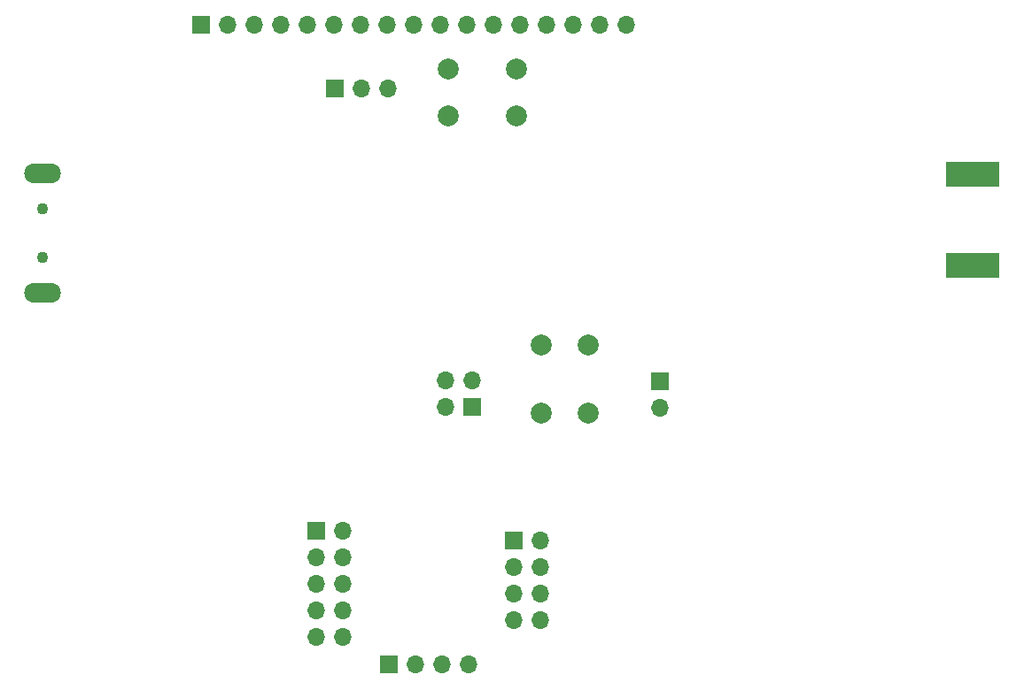
<source format=gbs>
G04 #@! TF.GenerationSoftware,KiCad,Pcbnew,6.0.7*
G04 #@! TF.CreationDate,2022-07-31T19:24:19+02:00*
G04 #@! TF.ProjectId,LoRaDongle_iCE40,4c6f5261-446f-46e6-976c-655f69434534,1.0*
G04 #@! TF.SameCoordinates,Original*
G04 #@! TF.FileFunction,Soldermask,Bot*
G04 #@! TF.FilePolarity,Negative*
%FSLAX46Y46*%
G04 Gerber Fmt 4.6, Leading zero omitted, Abs format (unit mm)*
G04 Created by KiCad (PCBNEW 6.0.7) date 2022-07-31 19:24:19*
%MOMM*%
%LPD*%
G01*
G04 APERTURE LIST*
%ADD10C,2.000000*%
%ADD11C,1.100000*%
%ADD12O,3.500000X1.900000*%
%ADD13R,1.700000X1.700000*%
%ADD14O,1.700000X1.700000*%
%ADD15R,5.080000X2.413000*%
G04 APERTURE END LIST*
D10*
X148320000Y-81790000D03*
X141820000Y-81790000D03*
X141820000Y-86290000D03*
X148320000Y-86290000D03*
D11*
X103030000Y-95210000D03*
X103030000Y-99810000D03*
D12*
X103030000Y-91810000D03*
X103030000Y-103210000D03*
D13*
X162000000Y-111725000D03*
D14*
X162000000Y-114265000D03*
D13*
X130988000Y-83678000D03*
D14*
X133528000Y-83678000D03*
X136068000Y-83678000D03*
D13*
X144045000Y-114135000D03*
D14*
X141505000Y-114135000D03*
X144045000Y-111595000D03*
X141505000Y-111595000D03*
D10*
X150640000Y-114700000D03*
X150640000Y-108200000D03*
X155140000Y-108200000D03*
X155140000Y-114700000D03*
D13*
X129150000Y-126000000D03*
D14*
X131690000Y-126000000D03*
X129150000Y-128540000D03*
X131690000Y-128540000D03*
X129150000Y-131080000D03*
X131690000Y-131080000D03*
X129150000Y-133620000D03*
X131690000Y-133620000D03*
X129150000Y-136160000D03*
X131690000Y-136160000D03*
D13*
X148037500Y-126920000D03*
D14*
X150577500Y-126920000D03*
X148037500Y-129460000D03*
X150577500Y-129460000D03*
X148037500Y-132000000D03*
X150577500Y-132000000D03*
X148037500Y-134540000D03*
X150577500Y-134540000D03*
D13*
X136132500Y-138810000D03*
D14*
X138672500Y-138810000D03*
X141212500Y-138810000D03*
X143752500Y-138810000D03*
D15*
X191940000Y-100611500D03*
X191940000Y-91848500D03*
D13*
X118145000Y-77570000D03*
D14*
X120685000Y-77570000D03*
X123225000Y-77570000D03*
X125765000Y-77570000D03*
X128305000Y-77570000D03*
X130845000Y-77570000D03*
X133385000Y-77570000D03*
X135925000Y-77570000D03*
X138465000Y-77570000D03*
X141005000Y-77570000D03*
X143545000Y-77570000D03*
X146085000Y-77570000D03*
X148625000Y-77570000D03*
X151165000Y-77570000D03*
X153705000Y-77570000D03*
X156245000Y-77570000D03*
X158785000Y-77570000D03*
M02*

</source>
